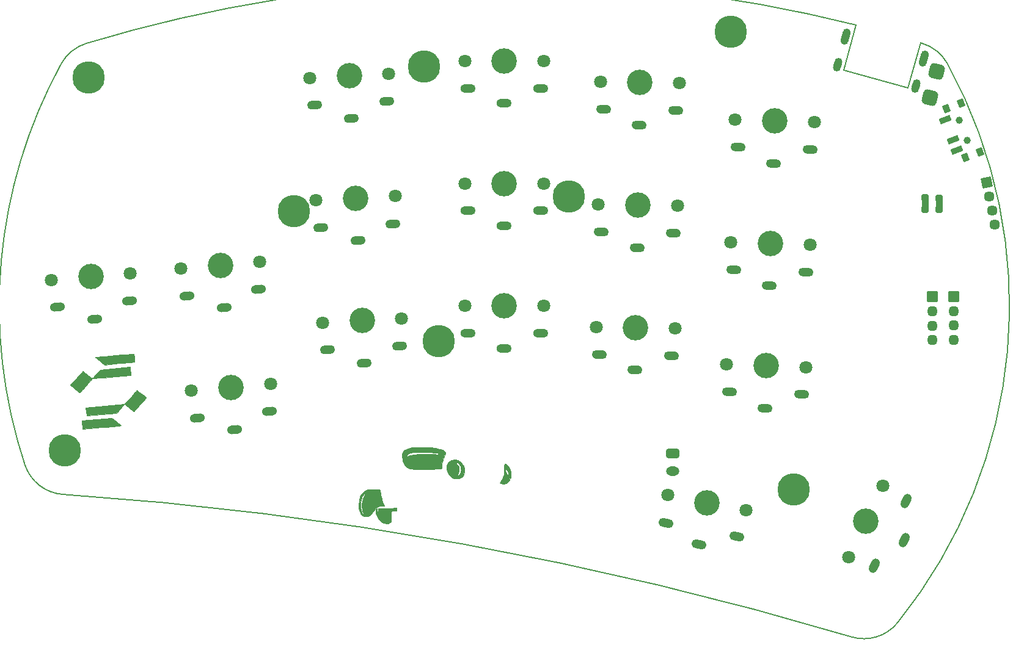
<source format=gbs>
%TF.GenerationSoftware,KiCad,Pcbnew,6.0.4-6f826c9f35~116~ubuntu20.04.1*%
%TF.CreationDate,2022-05-03T15:57:34+02:00*%
%TF.ProjectId,Wubbo,57756262-6f2e-46b6-9963-61645f706362,v0.2*%
%TF.SameCoordinates,Original*%
%TF.FileFunction,Soldermask,Bot*%
%TF.FilePolarity,Negative*%
%FSLAX46Y46*%
G04 Gerber Fmt 4.6, Leading zero omitted, Abs format (unit mm)*
G04 Created by KiCad (PCBNEW 6.0.4-6f826c9f35~116~ubuntu20.04.1) date 2022-05-03 15:57:34*
%MOMM*%
%LPD*%
G01*
G04 APERTURE LIST*
G04 Aperture macros list*
%AMRoundRect*
0 Rectangle with rounded corners*
0 $1 Rounding radius*
0 $2 $3 $4 $5 $6 $7 $8 $9 X,Y pos of 4 corners*
0 Add a 4 corners polygon primitive as box body*
4,1,4,$2,$3,$4,$5,$6,$7,$8,$9,$2,$3,0*
0 Add four circle primitives for the rounded corners*
1,1,$1+$1,$2,$3*
1,1,$1+$1,$4,$5*
1,1,$1+$1,$6,$7*
1,1,$1+$1,$8,$9*
0 Add four rect primitives between the rounded corners*
20,1,$1+$1,$2,$3,$4,$5,0*
20,1,$1+$1,$4,$5,$6,$7,0*
20,1,$1+$1,$6,$7,$8,$9,0*
20,1,$1+$1,$8,$9,$2,$3,0*%
%AMHorizOval*
0 Thick line with rounded ends*
0 $1 width*
0 $2 $3 position (X,Y) of the first rounded end (center of the circle)*
0 $4 $5 position (X,Y) of the second rounded end (center of the circle)*
0 Add line between two ends*
20,1,$1,$2,$3,$4,$5,0*
0 Add two circle primitives to create the rounded ends*
1,1,$1,$2,$3*
1,1,$1,$4,$5*%
G04 Aperture macros list end*
%TA.AperFunction,Profile*%
%ADD10C,0.150000*%
%TD*%
%ADD11C,0.120000*%
%ADD12C,0.010000*%
%ADD13C,1.801800*%
%ADD14C,3.529000*%
%ADD15HorizOval,1.200000X-0.449383X-0.023551X0.449383X0.023551X0*%
%ADD16O,2.100000X1.200000*%
%ADD17RoundRect,0.268750X0.256250X-0.218750X0.256250X0.218750X-0.256250X0.218750X-0.256250X-0.218750X0*%
%ADD18RoundRect,0.050000X-0.675000X-0.675000X0.675000X-0.675000X0.675000X0.675000X-0.675000X0.675000X0*%
%ADD19O,1.450000X1.450000*%
%ADD20HorizOval,1.200000X-0.197267X-0.404457X0.197267X0.404457X0*%
%ADD21RoundRect,0.300000X-0.625000X0.350000X-0.625000X-0.350000X0.625000X-0.350000X0.625000X0.350000X0*%
%ADD22O,1.850000X1.300000*%
%ADD23HorizOval,1.200000X-0.449931X0.007854X0.449931X-0.007854X0*%
%ADD24C,0.800000*%
%ADD25C,4.500000*%
%ADD26HorizOval,1.200000X-0.448288X-0.039220X0.448288X0.039220X0*%
%ADD27RoundRect,0.550000X0.612372X0.353553X-0.353553X0.612372X-0.612372X-0.353553X0.353553X-0.612372X0*%
%ADD28C,1.000000*%
%ADD29HorizOval,1.200000X-0.449726X0.015705X0.449726X-0.015705X0*%
%ADD30HorizOval,1.100000X-0.160343X-0.578178X0.160343X0.578178X0*%
%ADD31HorizOval,1.100000X-0.106895X-0.385452X0.106895X0.385452X0*%
%ADD32RoundRect,0.050000X-0.533802X-0.791394X0.791394X-0.533802X0.533802X0.791394X-0.791394X0.533802X0*%
%ADD33HorizOval,1.450000X0.000000X0.000000X0.000000X0.000000X0*%
%ADD34HorizOval,1.200000X-0.441732X0.085864X0.441732X-0.085864X0*%
%ADD35RoundRect,0.050000X-0.552616X0.323443X-0.194248X-0.610137X0.552616X-0.323443X0.194248X0.610137X0*%
%ADD36RoundRect,0.050000X-0.825614X0.057977X-0.574757X-0.595529X0.825614X-0.057977X0.574757X0.595529X0*%
G04 APERTURE END LIST*
D10*
X104544530Y51844171D02*
G75*
G03*
X-2083172Y49308466I-48731160J-193972341D01*
G01*
X-5611244Y46442888D02*
G75*
G03*
X-10622661Y-9179340I61424614J-33571068D01*
G01*
X104544530Y51844172D02*
X102813372Y45601818D01*
X110309220Y-31062252D02*
G75*
G03*
X117237987Y46442886I-54495848J43934070D01*
G01*
X111755862Y43121846D02*
X113489973Y49374846D01*
X117237963Y46442874D02*
G75*
G03*
X113709916Y49308466I-5264963J-2877474D01*
G01*
X-2083173Y49308466D02*
G75*
G03*
X-5611244Y46442886I1736897J-5743100D01*
G01*
X103920858Y-33045467D02*
G75*
G03*
X-5334370Y-13275473I-143107476J-479082651D01*
G01*
X102813372Y45601818D02*
X111755862Y43121846D01*
X113709916Y49308466D02*
G75*
G03*
X113489972Y49374846I-59168016J-195650166D01*
G01*
X103920840Y-33045522D02*
G75*
G03*
X110309219Y-31062252I1717260J5749022D01*
G01*
X-10622661Y-9179341D02*
G75*
G03*
X-5334370Y-13275474I5694518J1890101D01*
G01*
D11*
%TO.C,D1*%
X113680000Y27690000D02*
X114520000Y27690000D01*
X114520000Y27690000D02*
X114520000Y26450000D01*
X114520000Y26450000D02*
X113680000Y26450000D01*
X113680000Y26450000D02*
X113680000Y27690000D01*
G36*
X113680000Y27690000D02*
G01*
X114520000Y27690000D01*
X114520000Y26450000D01*
X113680000Y26450000D01*
X113680000Y27690000D01*
G37*
%TO.C,Ref\u002A\u002A*%
G36*
X48104326Y-8795072D02*
G01*
X48214333Y-8685930D01*
X48324709Y-8606323D01*
X48333240Y-8601567D01*
X48488168Y-8535738D01*
X48667980Y-8489541D01*
X48859269Y-8464560D01*
X49048627Y-8462375D01*
X49222645Y-8484570D01*
X49256509Y-8492613D01*
X49435609Y-8559346D01*
X49612720Y-8663898D01*
X49781795Y-8801950D01*
X49936790Y-8969181D01*
X49954268Y-8991149D01*
X50090619Y-9192616D01*
X50193486Y-9402611D01*
X50263364Y-9617135D01*
X50300746Y-9832189D01*
X50306128Y-10043774D01*
X50280004Y-10247893D01*
X50222870Y-10440545D01*
X50135219Y-10617733D01*
X50017546Y-10775457D01*
X49870345Y-10909719D01*
X49704358Y-11011523D01*
X49632311Y-11045680D01*
X49573057Y-11068166D01*
X49513368Y-11081848D01*
X49440018Y-11089593D01*
X49339779Y-11094268D01*
X49319416Y-11094953D01*
X49217709Y-11097239D01*
X49125637Y-11097422D01*
X49055184Y-11095579D01*
X49024416Y-11093020D01*
X48889787Y-11068663D01*
X48781506Y-11037860D01*
X48683599Y-10995072D01*
X48594992Y-10944141D01*
X48386976Y-10793748D01*
X48207969Y-10621978D01*
X48059361Y-10432732D01*
X47942540Y-10229912D01*
X47858897Y-10017420D01*
X47809820Y-9799159D01*
X47796699Y-9579030D01*
X47820922Y-9360935D01*
X47883879Y-9148777D01*
X47923868Y-9059002D01*
X47984128Y-8957117D01*
X49142376Y-8957117D01*
X49163747Y-9014708D01*
X49216505Y-9089328D01*
X49276902Y-9158596D01*
X49398119Y-9319133D01*
X49483153Y-9493892D01*
X49531520Y-9677472D01*
X49542732Y-9864467D01*
X49516305Y-10049477D01*
X49451752Y-10227098D01*
X49383524Y-10344281D01*
X49321109Y-10448010D01*
X49292381Y-10528853D01*
X49296819Y-10588856D01*
X49314400Y-10614933D01*
X49366479Y-10638607D01*
X49437188Y-10625133D01*
X49492070Y-10596771D01*
X49605114Y-10502802D01*
X49695341Y-10377747D01*
X49760605Y-10227465D01*
X49798755Y-10057815D01*
X49807644Y-9874657D01*
X49798204Y-9761953D01*
X49765341Y-9577607D01*
X49718822Y-9406184D01*
X49661035Y-9251160D01*
X49594369Y-9116011D01*
X49521215Y-9004211D01*
X49443961Y-8919238D01*
X49364998Y-8864567D01*
X49286713Y-8843673D01*
X49211498Y-8860033D01*
X49187876Y-8874116D01*
X49150912Y-8911829D01*
X49142376Y-8957117D01*
X47984128Y-8957117D01*
X48004301Y-8923010D01*
X48104326Y-8795072D01*
G37*
D12*
X48104326Y-8795072D02*
X48214333Y-8685930D01*
X48324709Y-8606323D01*
X48333240Y-8601567D01*
X48488168Y-8535738D01*
X48667980Y-8489541D01*
X48859269Y-8464560D01*
X49048627Y-8462375D01*
X49222645Y-8484570D01*
X49256509Y-8492613D01*
X49435609Y-8559346D01*
X49612720Y-8663898D01*
X49781795Y-8801950D01*
X49936790Y-8969181D01*
X49954268Y-8991149D01*
X50090619Y-9192616D01*
X50193486Y-9402611D01*
X50263364Y-9617135D01*
X50300746Y-9832189D01*
X50306128Y-10043774D01*
X50280004Y-10247893D01*
X50222870Y-10440545D01*
X50135219Y-10617733D01*
X50017546Y-10775457D01*
X49870345Y-10909719D01*
X49704358Y-11011523D01*
X49632311Y-11045680D01*
X49573057Y-11068166D01*
X49513368Y-11081848D01*
X49440018Y-11089593D01*
X49339779Y-11094268D01*
X49319416Y-11094953D01*
X49217709Y-11097239D01*
X49125637Y-11097422D01*
X49055184Y-11095579D01*
X49024416Y-11093020D01*
X48889787Y-11068663D01*
X48781506Y-11037860D01*
X48683599Y-10995072D01*
X48594992Y-10944141D01*
X48386976Y-10793748D01*
X48207969Y-10621978D01*
X48059361Y-10432732D01*
X47942540Y-10229912D01*
X47858897Y-10017420D01*
X47809820Y-9799159D01*
X47796699Y-9579030D01*
X47820922Y-9360935D01*
X47883879Y-9148777D01*
X47923868Y-9059002D01*
X47984128Y-8957117D01*
X49142376Y-8957117D01*
X49163747Y-9014708D01*
X49216505Y-9089328D01*
X49276902Y-9158596D01*
X49398119Y-9319133D01*
X49483153Y-9493892D01*
X49531520Y-9677472D01*
X49542732Y-9864467D01*
X49516305Y-10049477D01*
X49451752Y-10227098D01*
X49383524Y-10344281D01*
X49321109Y-10448010D01*
X49292381Y-10528853D01*
X49296819Y-10588856D01*
X49314400Y-10614933D01*
X49366479Y-10638607D01*
X49437188Y-10625133D01*
X49492070Y-10596771D01*
X49605114Y-10502802D01*
X49695341Y-10377747D01*
X49760605Y-10227465D01*
X49798755Y-10057815D01*
X49807644Y-9874657D01*
X49798204Y-9761953D01*
X49765341Y-9577607D01*
X49718822Y-9406184D01*
X49661035Y-9251160D01*
X49594369Y-9116011D01*
X49521215Y-9004211D01*
X49443961Y-8919238D01*
X49364998Y-8864567D01*
X49286713Y-8843673D01*
X49211498Y-8860033D01*
X49187876Y-8874116D01*
X49150912Y-8911829D01*
X49142376Y-8957117D01*
X47984128Y-8957117D01*
X48004301Y-8923010D01*
X48104326Y-8795072D01*
G36*
X35643983Y-14672583D02*
G01*
X35672739Y-14322111D01*
X35726676Y-13999570D01*
X35805179Y-13706143D01*
X35907635Y-13443018D01*
X36033428Y-13211378D01*
X36181944Y-13012410D01*
X36352570Y-12847299D01*
X36544691Y-12717230D01*
X36693799Y-12646807D01*
X36730850Y-12633100D01*
X36768644Y-12622238D01*
X36812729Y-12613795D01*
X36868655Y-12607346D01*
X36941972Y-12602467D01*
X37038230Y-12598733D01*
X37162979Y-12595719D01*
X37321767Y-12593001D01*
X37414500Y-12591636D01*
X37653446Y-12588149D01*
X37853627Y-12585188D01*
X38018610Y-12582872D01*
X38151960Y-12581318D01*
X38257245Y-12580647D01*
X38338030Y-12580977D01*
X38397882Y-12582426D01*
X38440368Y-12585114D01*
X38469053Y-12589160D01*
X38487505Y-12594682D01*
X38499289Y-12601799D01*
X38507972Y-12610631D01*
X38517120Y-12621295D01*
X38524315Y-12628621D01*
X38561436Y-12673290D01*
X38589009Y-12732422D01*
X38609446Y-12814119D01*
X38625162Y-12926483D01*
X38631170Y-12987363D01*
X38654725Y-13170734D01*
X38693584Y-13382232D01*
X38744997Y-13611694D01*
X38806214Y-13848955D01*
X38874485Y-14083853D01*
X38947060Y-14306223D01*
X39021190Y-14505902D01*
X39077932Y-14638522D01*
X39111733Y-14715091D01*
X39137070Y-14778899D01*
X39149563Y-14818711D01*
X39150166Y-14823730D01*
X39140277Y-14837805D01*
X39106440Y-14846689D01*
X39042400Y-14851284D01*
X38950614Y-14852500D01*
X38717857Y-14861176D01*
X38518280Y-14888456D01*
X38346173Y-14936217D01*
X38195829Y-15006334D01*
X38061537Y-15100684D01*
X37986676Y-15169323D01*
X37935392Y-15226896D01*
X37867812Y-15311936D01*
X37790184Y-15416083D01*
X37708760Y-15530975D01*
X37637895Y-15635901D01*
X37519942Y-15810553D01*
X37416928Y-15951561D01*
X37324329Y-16062877D01*
X37237620Y-16148450D01*
X37152276Y-16212231D01*
X37063772Y-16258170D01*
X36967586Y-16290218D01*
X36864039Y-16311546D01*
X36663658Y-16330905D01*
X36478658Y-16319802D01*
X36398500Y-16305223D01*
X36224482Y-16246817D01*
X36072436Y-16152734D01*
X35942686Y-16023677D01*
X35835558Y-15860350D01*
X35751376Y-15663457D01*
X35690467Y-15433702D01*
X35653155Y-15171788D01*
X35639952Y-14882500D01*
X35890037Y-14882500D01*
X35903502Y-15148526D01*
X35934851Y-15394711D01*
X35965341Y-15540416D01*
X36013935Y-15694245D01*
X36076142Y-15826866D01*
X36147903Y-15930919D01*
X36214540Y-15992203D01*
X36303507Y-16048330D01*
X36362972Y-16075044D01*
X36393635Y-16072592D01*
X36398500Y-16057522D01*
X36387319Y-16028132D01*
X36358806Y-15978322D01*
X36337896Y-15946397D01*
X36227877Y-15750121D01*
X36145861Y-15525204D01*
X36092593Y-15275394D01*
X36068821Y-15004443D01*
X36075291Y-14716099D01*
X36080553Y-14653783D01*
X36130606Y-14291485D01*
X36209269Y-13959719D01*
X36316960Y-13657432D01*
X36454100Y-13383572D01*
X36621110Y-13137086D01*
X36743387Y-12993729D01*
X36798126Y-12932424D01*
X36837900Y-12883085D01*
X36856727Y-12853358D01*
X36856969Y-12848580D01*
X36827893Y-12847805D01*
X36774378Y-12872663D01*
X36702139Y-12919078D01*
X36616894Y-12982970D01*
X36524358Y-13060262D01*
X36430248Y-13146876D01*
X36407196Y-13169456D01*
X36293065Y-13288201D01*
X36205826Y-13394518D01*
X36138285Y-13500547D01*
X36083247Y-13618431D01*
X36033515Y-13760313D01*
X36009308Y-13840878D01*
X35954092Y-14075823D01*
X35915618Y-14335105D01*
X35894171Y-14607678D01*
X35890037Y-14882500D01*
X35639952Y-14882500D01*
X35639765Y-14878418D01*
X35643983Y-14672583D01*
G37*
X35643983Y-14672583D02*
X35672739Y-14322111D01*
X35726676Y-13999570D01*
X35805179Y-13706143D01*
X35907635Y-13443018D01*
X36033428Y-13211378D01*
X36181944Y-13012410D01*
X36352570Y-12847299D01*
X36544691Y-12717230D01*
X36693799Y-12646807D01*
X36730850Y-12633100D01*
X36768644Y-12622238D01*
X36812729Y-12613795D01*
X36868655Y-12607346D01*
X36941972Y-12602467D01*
X37038230Y-12598733D01*
X37162979Y-12595719D01*
X37321767Y-12593001D01*
X37414500Y-12591636D01*
X37653446Y-12588149D01*
X37853627Y-12585188D01*
X38018610Y-12582872D01*
X38151960Y-12581318D01*
X38257245Y-12580647D01*
X38338030Y-12580977D01*
X38397882Y-12582426D01*
X38440368Y-12585114D01*
X38469053Y-12589160D01*
X38487505Y-12594682D01*
X38499289Y-12601799D01*
X38507972Y-12610631D01*
X38517120Y-12621295D01*
X38524315Y-12628621D01*
X38561436Y-12673290D01*
X38589009Y-12732422D01*
X38609446Y-12814119D01*
X38625162Y-12926483D01*
X38631170Y-12987363D01*
X38654725Y-13170734D01*
X38693584Y-13382232D01*
X38744997Y-13611694D01*
X38806214Y-13848955D01*
X38874485Y-14083853D01*
X38947060Y-14306223D01*
X39021190Y-14505902D01*
X39077932Y-14638522D01*
X39111733Y-14715091D01*
X39137070Y-14778899D01*
X39149563Y-14818711D01*
X39150166Y-14823730D01*
X39140277Y-14837805D01*
X39106440Y-14846689D01*
X39042400Y-14851284D01*
X38950614Y-14852500D01*
X38717857Y-14861176D01*
X38518280Y-14888456D01*
X38346173Y-14936217D01*
X38195829Y-15006334D01*
X38061537Y-15100684D01*
X37986676Y-15169323D01*
X37935392Y-15226896D01*
X37867812Y-15311936D01*
X37790184Y-15416083D01*
X37708760Y-15530975D01*
X37637895Y-15635901D01*
X37519942Y-15810553D01*
X37416928Y-15951561D01*
X37324329Y-16062877D01*
X37237620Y-16148450D01*
X37152276Y-16212231D01*
X37063772Y-16258170D01*
X36967586Y-16290218D01*
X36864039Y-16311546D01*
X36663658Y-16330905D01*
X36478658Y-16319802D01*
X36398500Y-16305223D01*
X36224482Y-16246817D01*
X36072436Y-16152734D01*
X35942686Y-16023677D01*
X35835558Y-15860350D01*
X35751376Y-15663457D01*
X35690467Y-15433702D01*
X35653155Y-15171788D01*
X35639952Y-14882500D01*
X35890037Y-14882500D01*
X35903502Y-15148526D01*
X35934851Y-15394711D01*
X35965341Y-15540416D01*
X36013935Y-15694245D01*
X36076142Y-15826866D01*
X36147903Y-15930919D01*
X36214540Y-15992203D01*
X36303507Y-16048330D01*
X36362972Y-16075044D01*
X36393635Y-16072592D01*
X36398500Y-16057522D01*
X36387319Y-16028132D01*
X36358806Y-15978322D01*
X36337896Y-15946397D01*
X36227877Y-15750121D01*
X36145861Y-15525204D01*
X36092593Y-15275394D01*
X36068821Y-15004443D01*
X36075291Y-14716099D01*
X36080553Y-14653783D01*
X36130606Y-14291485D01*
X36209269Y-13959719D01*
X36316960Y-13657432D01*
X36454100Y-13383572D01*
X36621110Y-13137086D01*
X36743387Y-12993729D01*
X36798126Y-12932424D01*
X36837900Y-12883085D01*
X36856727Y-12853358D01*
X36856969Y-12848580D01*
X36827893Y-12847805D01*
X36774378Y-12872663D01*
X36702139Y-12919078D01*
X36616894Y-12982970D01*
X36524358Y-13060262D01*
X36430248Y-13146876D01*
X36407196Y-13169456D01*
X36293065Y-13288201D01*
X36205826Y-13394518D01*
X36138285Y-13500547D01*
X36083247Y-13618431D01*
X36033515Y-13760313D01*
X36009308Y-13840878D01*
X35954092Y-14075823D01*
X35915618Y-14335105D01*
X35894171Y-14607678D01*
X35890037Y-14882500D01*
X35639952Y-14882500D01*
X35639765Y-14878418D01*
X35643983Y-14672583D01*
G36*
X41666453Y-7682298D02*
G01*
X41720092Y-7500388D01*
X41806200Y-7339398D01*
X41925667Y-7198522D01*
X42079384Y-7076956D01*
X42268242Y-6973893D01*
X42493130Y-6888530D01*
X42754941Y-6820061D01*
X43054565Y-6767682D01*
X43392892Y-6730586D01*
X43505587Y-6722077D01*
X43725775Y-6711557D01*
X43979344Y-6707153D01*
X44258123Y-6708478D01*
X44553942Y-6715143D01*
X44858630Y-6726760D01*
X45164017Y-6742942D01*
X45461932Y-6763300D01*
X45744205Y-6787447D01*
X46002665Y-6814994D01*
X46229142Y-6845554D01*
X46281298Y-6853866D01*
X46534303Y-6902967D01*
X46772127Y-6963370D01*
X46990844Y-7033347D01*
X47186528Y-7111173D01*
X47355255Y-7195120D01*
X47493097Y-7283464D01*
X47596130Y-7374477D01*
X47656580Y-7458650D01*
X47671570Y-7492699D01*
X47676318Y-7525030D01*
X47668286Y-7563415D01*
X47644935Y-7615626D01*
X47603726Y-7689434D01*
X47553869Y-7773118D01*
X47447704Y-7977474D01*
X47353245Y-8215775D01*
X47272441Y-8480773D01*
X47207244Y-8765219D01*
X47159603Y-9061864D01*
X47133138Y-9336539D01*
X47126466Y-9451007D01*
X47119906Y-9540394D01*
X47108648Y-9607922D01*
X47087881Y-9656813D01*
X47052796Y-9690290D01*
X46998582Y-9711577D01*
X46920429Y-9723895D01*
X46813526Y-9730468D01*
X46673063Y-9734518D01*
X46533768Y-9738095D01*
X46367378Y-9743347D01*
X46194100Y-9749707D01*
X46025275Y-9756695D01*
X45872243Y-9763832D01*
X45746347Y-9770641D01*
X45711833Y-9772790D01*
X45605051Y-9778431D01*
X45467549Y-9783634D01*
X45304657Y-9788356D01*
X45121703Y-9792553D01*
X44924016Y-9796179D01*
X44716924Y-9799191D01*
X44505756Y-9801544D01*
X44295839Y-9803193D01*
X44092504Y-9804095D01*
X43901078Y-9804204D01*
X43726891Y-9803476D01*
X43575270Y-9801867D01*
X43451544Y-9799332D01*
X43361041Y-9795827D01*
X43320000Y-9792739D01*
X43024472Y-9751365D01*
X42766195Y-9694079D01*
X42542244Y-9618311D01*
X42349694Y-9521489D01*
X42185620Y-9401043D01*
X42047095Y-9254403D01*
X41931196Y-9078998D01*
X41834998Y-8872258D01*
X41755574Y-8631612D01*
X41691436Y-8361591D01*
X41653015Y-8112094D01*
X41644698Y-7893991D01*
X42287390Y-7893991D01*
X42305081Y-7929897D01*
X42312924Y-7942022D01*
X42346968Y-7981565D01*
X42388057Y-7991631D01*
X42420211Y-7988050D01*
X42478842Y-7972442D01*
X42554480Y-7944523D01*
X42603562Y-7922978D01*
X42707587Y-7880558D01*
X42831799Y-7842956D01*
X42980297Y-7809412D01*
X43157181Y-7779166D01*
X43366552Y-7751457D01*
X43612509Y-7725525D01*
X43722166Y-7715469D01*
X43840877Y-7707437D01*
X43995437Y-7700778D01*
X44179384Y-7695491D01*
X44386257Y-7691572D01*
X44609595Y-7689020D01*
X44842935Y-7687830D01*
X45079815Y-7688002D01*
X45313775Y-7689532D01*
X45538353Y-7692418D01*
X45747085Y-7696656D01*
X45933512Y-7702246D01*
X46091172Y-7709183D01*
X46201622Y-7716454D01*
X46364483Y-7727963D01*
X46490188Y-7732124D01*
X46583369Y-7728382D01*
X46648654Y-7716183D01*
X46690672Y-7694974D01*
X46714054Y-7664200D01*
X46717604Y-7654714D01*
X46722836Y-7610955D01*
X46700728Y-7580563D01*
X46644821Y-7556580D01*
X46619857Y-7549423D01*
X46509374Y-7526034D01*
X46361470Y-7504491D01*
X46181022Y-7484911D01*
X45972906Y-7467409D01*
X45742000Y-7452100D01*
X45493179Y-7439100D01*
X45231320Y-7428524D01*
X44961301Y-7420488D01*
X44687998Y-7415107D01*
X44416288Y-7412496D01*
X44151047Y-7412772D01*
X43897152Y-7416049D01*
X43659481Y-7422444D01*
X43442909Y-7432071D01*
X43252314Y-7445046D01*
X43092572Y-7461485D01*
X43064529Y-7465230D01*
X42900535Y-7496620D01*
X42742966Y-7542508D01*
X42598872Y-7599635D01*
X42475305Y-7664740D01*
X42379315Y-7734566D01*
X42317954Y-7805853D01*
X42314544Y-7811906D01*
X42290462Y-7861298D01*
X42287390Y-7893991D01*
X41644698Y-7893991D01*
X41644390Y-7885931D01*
X41666453Y-7682298D01*
G37*
X41666453Y-7682298D02*
X41720092Y-7500388D01*
X41806200Y-7339398D01*
X41925667Y-7198522D01*
X42079384Y-7076956D01*
X42268242Y-6973893D01*
X42493130Y-6888530D01*
X42754941Y-6820061D01*
X43054565Y-6767682D01*
X43392892Y-6730586D01*
X43505587Y-6722077D01*
X43725775Y-6711557D01*
X43979344Y-6707153D01*
X44258123Y-6708478D01*
X44553942Y-6715143D01*
X44858630Y-6726760D01*
X45164017Y-6742942D01*
X45461932Y-6763300D01*
X45744205Y-6787447D01*
X46002665Y-6814994D01*
X46229142Y-6845554D01*
X46281298Y-6853866D01*
X46534303Y-6902967D01*
X46772127Y-6963370D01*
X46990844Y-7033347D01*
X47186528Y-7111173D01*
X47355255Y-7195120D01*
X47493097Y-7283464D01*
X47596130Y-7374477D01*
X47656580Y-7458650D01*
X47671570Y-7492699D01*
X47676318Y-7525030D01*
X47668286Y-7563415D01*
X47644935Y-7615626D01*
X47603726Y-7689434D01*
X47553869Y-7773118D01*
X47447704Y-7977474D01*
X47353245Y-8215775D01*
X47272441Y-8480773D01*
X47207244Y-8765219D01*
X47159603Y-9061864D01*
X47133138Y-9336539D01*
X47126466Y-9451007D01*
X47119906Y-9540394D01*
X47108648Y-9607922D01*
X47087881Y-9656813D01*
X47052796Y-9690290D01*
X46998582Y-9711577D01*
X46920429Y-9723895D01*
X46813526Y-9730468D01*
X46673063Y-9734518D01*
X46533768Y-9738095D01*
X46367378Y-9743347D01*
X46194100Y-9749707D01*
X46025275Y-9756695D01*
X45872243Y-9763832D01*
X45746347Y-9770641D01*
X45711833Y-9772790D01*
X45605051Y-9778431D01*
X45467549Y-9783634D01*
X45304657Y-9788356D01*
X45121703Y-9792553D01*
X44924016Y-9796179D01*
X44716924Y-9799191D01*
X44505756Y-9801544D01*
X44295839Y-9803193D01*
X44092504Y-9804095D01*
X43901078Y-9804204D01*
X43726891Y-9803476D01*
X43575270Y-9801867D01*
X43451544Y-9799332D01*
X43361041Y-9795827D01*
X43320000Y-9792739D01*
X43024472Y-9751365D01*
X42766195Y-9694079D01*
X42542244Y-9618311D01*
X42349694Y-9521489D01*
X42185620Y-9401043D01*
X42047095Y-9254403D01*
X41931196Y-9078998D01*
X41834998Y-8872258D01*
X41755574Y-8631612D01*
X41691436Y-8361591D01*
X41653015Y-8112094D01*
X41644698Y-7893991D01*
X42287390Y-7893991D01*
X42305081Y-7929897D01*
X42312924Y-7942022D01*
X42346968Y-7981565D01*
X42388057Y-7991631D01*
X42420211Y-7988050D01*
X42478842Y-7972442D01*
X42554480Y-7944523D01*
X42603562Y-7922978D01*
X42707587Y-7880558D01*
X42831799Y-7842956D01*
X42980297Y-7809412D01*
X43157181Y-7779166D01*
X43366552Y-7751457D01*
X43612509Y-7725525D01*
X43722166Y-7715469D01*
X43840877Y-7707437D01*
X43995437Y-7700778D01*
X44179384Y-7695491D01*
X44386257Y-7691572D01*
X44609595Y-7689020D01*
X44842935Y-7687830D01*
X45079815Y-7688002D01*
X45313775Y-7689532D01*
X45538353Y-7692418D01*
X45747085Y-7696656D01*
X45933512Y-7702246D01*
X46091172Y-7709183D01*
X46201622Y-7716454D01*
X46364483Y-7727963D01*
X46490188Y-7732124D01*
X46583369Y-7728382D01*
X46648654Y-7716183D01*
X46690672Y-7694974D01*
X46714054Y-7664200D01*
X46717604Y-7654714D01*
X46722836Y-7610955D01*
X46700728Y-7580563D01*
X46644821Y-7556580D01*
X46619857Y-7549423D01*
X46509374Y-7526034D01*
X46361470Y-7504491D01*
X46181022Y-7484911D01*
X45972906Y-7467409D01*
X45742000Y-7452100D01*
X45493179Y-7439100D01*
X45231320Y-7428524D01*
X44961301Y-7420488D01*
X44687998Y-7415107D01*
X44416288Y-7412496D01*
X44151047Y-7412772D01*
X43897152Y-7416049D01*
X43659481Y-7422444D01*
X43442909Y-7432071D01*
X43252314Y-7445046D01*
X43092572Y-7461485D01*
X43064529Y-7465230D01*
X42900535Y-7496620D01*
X42742966Y-7542508D01*
X42598872Y-7599635D01*
X42475305Y-7664740D01*
X42379315Y-7734566D01*
X42317954Y-7805853D01*
X42314544Y-7811906D01*
X42290462Y-7861298D01*
X42287390Y-7893991D01*
X41644698Y-7893991D01*
X41644390Y-7885931D01*
X41666453Y-7682298D01*
G36*
X55785149Y-9814833D02*
G01*
X55789717Y-9635956D01*
X55794081Y-9494176D01*
X55798668Y-9384259D01*
X55803902Y-9300974D01*
X55810208Y-9239089D01*
X55818013Y-9193370D01*
X55827741Y-9158586D01*
X55839817Y-9129505D01*
X55841069Y-9126916D01*
X55874478Y-9070688D01*
X55910987Y-9043774D01*
X55950720Y-9035653D01*
X55994575Y-9037185D01*
X56037009Y-9055251D01*
X56089706Y-9096014D01*
X56123530Y-9126810D01*
X56232424Y-9244651D01*
X56342865Y-9393332D01*
X56447664Y-9562273D01*
X56537275Y-9735806D01*
X56601737Y-9880593D01*
X56647885Y-10003138D01*
X56678594Y-10116619D01*
X56696738Y-10234210D01*
X56705192Y-10369089D01*
X56706897Y-10513333D01*
X56705920Y-10639583D01*
X56702656Y-10734400D01*
X56695788Y-10808673D01*
X56684001Y-10873291D01*
X56665980Y-10939143D01*
X56649138Y-10991243D01*
X56553746Y-11212030D01*
X56424123Y-11408520D01*
X56262118Y-11578563D01*
X56069576Y-11720010D01*
X55979194Y-11770814D01*
X55863162Y-11826395D01*
X55768860Y-11857844D01*
X55683502Y-11865438D01*
X55594303Y-11849455D01*
X55488478Y-11810172D01*
X55427333Y-11782803D01*
X55346572Y-11745712D01*
X55279814Y-11715447D01*
X55236769Y-11696391D01*
X55227054Y-11692394D01*
X55216635Y-11667442D01*
X55230225Y-11610186D01*
X55266993Y-11522603D01*
X55326109Y-11406671D01*
X55406518Y-11264750D01*
X55497968Y-11107580D01*
X55572573Y-10972929D01*
X55632176Y-10853743D01*
X55678619Y-10742970D01*
X55713742Y-10633558D01*
X55739388Y-10518452D01*
X55757399Y-10390600D01*
X55769616Y-10242950D01*
X55777881Y-10068448D01*
X55782362Y-9916725D01*
X55938581Y-9916725D01*
X55946643Y-9967771D01*
X55974243Y-10041666D01*
X55996617Y-10092363D01*
X56032760Y-10178150D01*
X56064860Y-10264670D01*
X56083013Y-10322833D01*
X56117187Y-10423876D01*
X56160076Y-10508407D01*
X56206637Y-10568658D01*
X56251823Y-10596862D01*
X56261717Y-10598000D01*
X56313072Y-10584060D01*
X56339483Y-10563859D01*
X56361971Y-10507988D01*
X56366354Y-10424322D01*
X56354692Y-10322290D01*
X56329046Y-10211318D01*
X56291476Y-10100833D01*
X56244042Y-10000264D01*
X56202177Y-9935625D01*
X56131119Y-9859474D01*
X56065243Y-9823262D01*
X56005998Y-9827570D01*
X55978307Y-9846003D01*
X55949366Y-9879234D01*
X55938581Y-9916725D01*
X55782362Y-9916725D01*
X55784037Y-9860042D01*
X55785149Y-9814833D01*
G37*
X55785149Y-9814833D02*
X55789717Y-9635956D01*
X55794081Y-9494176D01*
X55798668Y-9384259D01*
X55803902Y-9300974D01*
X55810208Y-9239089D01*
X55818013Y-9193370D01*
X55827741Y-9158586D01*
X55839817Y-9129505D01*
X55841069Y-9126916D01*
X55874478Y-9070688D01*
X55910987Y-9043774D01*
X55950720Y-9035653D01*
X55994575Y-9037185D01*
X56037009Y-9055251D01*
X56089706Y-9096014D01*
X56123530Y-9126810D01*
X56232424Y-9244651D01*
X56342865Y-9393332D01*
X56447664Y-9562273D01*
X56537275Y-9735806D01*
X56601737Y-9880593D01*
X56647885Y-10003138D01*
X56678594Y-10116619D01*
X56696738Y-10234210D01*
X56705192Y-10369089D01*
X56706897Y-10513333D01*
X56705920Y-10639583D01*
X56702656Y-10734400D01*
X56695788Y-10808673D01*
X56684001Y-10873291D01*
X56665980Y-10939143D01*
X56649138Y-10991243D01*
X56553746Y-11212030D01*
X56424123Y-11408520D01*
X56262118Y-11578563D01*
X56069576Y-11720010D01*
X55979194Y-11770814D01*
X55863162Y-11826395D01*
X55768860Y-11857844D01*
X55683502Y-11865438D01*
X55594303Y-11849455D01*
X55488478Y-11810172D01*
X55427333Y-11782803D01*
X55346572Y-11745712D01*
X55279814Y-11715447D01*
X55236769Y-11696391D01*
X55227054Y-11692394D01*
X55216635Y-11667442D01*
X55230225Y-11610186D01*
X55266993Y-11522603D01*
X55326109Y-11406671D01*
X55406518Y-11264750D01*
X55497968Y-11107580D01*
X55572573Y-10972929D01*
X55632176Y-10853743D01*
X55678619Y-10742970D01*
X55713742Y-10633558D01*
X55739388Y-10518452D01*
X55757399Y-10390600D01*
X55769616Y-10242950D01*
X55777881Y-10068448D01*
X55782362Y-9916725D01*
X55938581Y-9916725D01*
X55946643Y-9967771D01*
X55974243Y-10041666D01*
X55996617Y-10092363D01*
X56032760Y-10178150D01*
X56064860Y-10264670D01*
X56083013Y-10322833D01*
X56117187Y-10423876D01*
X56160076Y-10508407D01*
X56206637Y-10568658D01*
X56251823Y-10596862D01*
X56261717Y-10598000D01*
X56313072Y-10584060D01*
X56339483Y-10563859D01*
X56361971Y-10507988D01*
X56366354Y-10424322D01*
X56354692Y-10322290D01*
X56329046Y-10211318D01*
X56291476Y-10100833D01*
X56244042Y-10000264D01*
X56202177Y-9935625D01*
X56131119Y-9859474D01*
X56065243Y-9823262D01*
X56005998Y-9827570D01*
X55978307Y-9846003D01*
X55949366Y-9879234D01*
X55938581Y-9916725D01*
X55782362Y-9916725D01*
X55784037Y-9860042D01*
X55785149Y-9814833D01*
G36*
X40875261Y-15279229D02*
G01*
X40881865Y-15361564D01*
X40884139Y-15436312D01*
X40882449Y-15477002D01*
X40875250Y-15540416D01*
X40610666Y-15552215D01*
X40504176Y-15558561D01*
X40408962Y-15567156D01*
X40335315Y-15576881D01*
X40293526Y-15586616D01*
X40293166Y-15586769D01*
X40211673Y-15640382D01*
X40143187Y-15718714D01*
X40103058Y-15802321D01*
X40088109Y-15892859D01*
X40082953Y-16014439D01*
X40087415Y-16156959D01*
X40101323Y-16310318D01*
X40113250Y-16397666D01*
X40131246Y-16542286D01*
X40141352Y-16685502D01*
X40143531Y-16818218D01*
X40137744Y-16931338D01*
X40123955Y-17015767D01*
X40115879Y-17040221D01*
X40061478Y-17122626D01*
X39975123Y-17197033D01*
X39867193Y-17255266D01*
X39821992Y-17271671D01*
X39728735Y-17293752D01*
X39615178Y-17310183D01*
X39498499Y-17319366D01*
X39395880Y-17319702D01*
X39351250Y-17315474D01*
X39223713Y-17285182D01*
X39077889Y-17232405D01*
X38933677Y-17165268D01*
X38759476Y-17053579D01*
X38593315Y-16906273D01*
X38439397Y-16729892D01*
X38301928Y-16530978D01*
X38185111Y-16316072D01*
X38093151Y-16091717D01*
X38030253Y-15864454D01*
X38007623Y-15724341D01*
X37996463Y-15552610D01*
X38004882Y-15409769D01*
X38032317Y-15298392D01*
X38078208Y-15221056D01*
X38124690Y-15186810D01*
X38173484Y-15172576D01*
X38191953Y-15187055D01*
X38178801Y-15229193D01*
X38178214Y-15230295D01*
X38158872Y-15304181D01*
X38160718Y-15408291D01*
X38182101Y-15537209D01*
X38221368Y-15685515D01*
X38276868Y-15847792D01*
X38346948Y-16018623D01*
X38429956Y-16192589D01*
X38523788Y-16363505D01*
X38586249Y-16464109D01*
X38656225Y-16567809D01*
X38728486Y-16667786D01*
X38797801Y-16757221D01*
X38858942Y-16829296D01*
X38906677Y-16877194D01*
X38929849Y-16892896D01*
X38933784Y-16885383D01*
X38913061Y-16853586D01*
X38872067Y-16804019D01*
X38863741Y-16794676D01*
X38718876Y-16611990D01*
X38583081Y-16399034D01*
X38463160Y-16167810D01*
X38365921Y-15930319D01*
X38353991Y-15895727D01*
X38318379Y-15764094D01*
X38297839Y-15631474D01*
X38292023Y-15505278D01*
X38300583Y-15392912D01*
X38323168Y-15301786D01*
X38359429Y-15239308D01*
X38385850Y-15219466D01*
X38413008Y-15216070D01*
X38478445Y-15212329D01*
X38578110Y-15208356D01*
X38707953Y-15204261D01*
X38863920Y-15200157D01*
X39041962Y-15196156D01*
X39238027Y-15192370D01*
X39448064Y-15188909D01*
X39541750Y-15187549D01*
X39759117Y-15184292D01*
X39966324Y-15180753D01*
X40159010Y-15177036D01*
X40332814Y-15173245D01*
X40483373Y-15169484D01*
X40606327Y-15165858D01*
X40697313Y-15162470D01*
X40751969Y-15159426D01*
X40762228Y-15158391D01*
X40860873Y-15144872D01*
X40875261Y-15279229D01*
G37*
X40875261Y-15279229D02*
X40881865Y-15361564D01*
X40884139Y-15436312D01*
X40882449Y-15477002D01*
X40875250Y-15540416D01*
X40610666Y-15552215D01*
X40504176Y-15558561D01*
X40408962Y-15567156D01*
X40335315Y-15576881D01*
X40293526Y-15586616D01*
X40293166Y-15586769D01*
X40211673Y-15640382D01*
X40143187Y-15718714D01*
X40103058Y-15802321D01*
X40088109Y-15892859D01*
X40082953Y-16014439D01*
X40087415Y-16156959D01*
X40101323Y-16310318D01*
X40113250Y-16397666D01*
X40131246Y-16542286D01*
X40141352Y-16685502D01*
X40143531Y-16818218D01*
X40137744Y-16931338D01*
X40123955Y-17015767D01*
X40115879Y-17040221D01*
X40061478Y-17122626D01*
X39975123Y-17197033D01*
X39867193Y-17255266D01*
X39821992Y-17271671D01*
X39728735Y-17293752D01*
X39615178Y-17310183D01*
X39498499Y-17319366D01*
X39395880Y-17319702D01*
X39351250Y-17315474D01*
X39223713Y-17285182D01*
X39077889Y-17232405D01*
X38933677Y-17165268D01*
X38759476Y-17053579D01*
X38593315Y-16906273D01*
X38439397Y-16729892D01*
X38301928Y-16530978D01*
X38185111Y-16316072D01*
X38093151Y-16091717D01*
X38030253Y-15864454D01*
X38007623Y-15724341D01*
X37996463Y-15552610D01*
X38004882Y-15409769D01*
X38032317Y-15298392D01*
X38078208Y-15221056D01*
X38124690Y-15186810D01*
X38173484Y-15172576D01*
X38191953Y-15187055D01*
X38178801Y-15229193D01*
X38178214Y-15230295D01*
X38158872Y-15304181D01*
X38160718Y-15408291D01*
X38182101Y-15537209D01*
X38221368Y-15685515D01*
X38276868Y-15847792D01*
X38346948Y-16018623D01*
X38429956Y-16192589D01*
X38523788Y-16363505D01*
X38586249Y-16464109D01*
X38656225Y-16567809D01*
X38728486Y-16667786D01*
X38797801Y-16757221D01*
X38858942Y-16829296D01*
X38906677Y-16877194D01*
X38929849Y-16892896D01*
X38933784Y-16885383D01*
X38913061Y-16853586D01*
X38872067Y-16804019D01*
X38863741Y-16794676D01*
X38718876Y-16611990D01*
X38583081Y-16399034D01*
X38463160Y-16167810D01*
X38365921Y-15930319D01*
X38353991Y-15895727D01*
X38318379Y-15764094D01*
X38297839Y-15631474D01*
X38292023Y-15505278D01*
X38300583Y-15392912D01*
X38323168Y-15301786D01*
X38359429Y-15239308D01*
X38385850Y-15219466D01*
X38413008Y-15216070D01*
X38478445Y-15212329D01*
X38578110Y-15208356D01*
X38707953Y-15204261D01*
X38863920Y-15200157D01*
X39041962Y-15196156D01*
X39238027Y-15192370D01*
X39448064Y-15188909D01*
X39541750Y-15187549D01*
X39759117Y-15184292D01*
X39966324Y-15180753D01*
X40159010Y-15177036D01*
X40332814Y-15173245D01*
X40483373Y-15169484D01*
X40606327Y-15165858D01*
X40697313Y-15162470D01*
X40751969Y-15159426D01*
X40762228Y-15158391D01*
X40860873Y-15144872D01*
X40875261Y-15279229D01*
D11*
%TO.C,D2*%
X115620000Y27650000D02*
X116460000Y27650000D01*
X116460000Y27650000D02*
X116460000Y26410000D01*
X116460000Y26410000D02*
X115620000Y26410000D01*
X115620000Y26410000D02*
X115620000Y27650000D01*
G36*
X115620000Y27650000D02*
G01*
X116460000Y27650000D01*
X116460000Y26410000D01*
X115620000Y26410000D01*
X115620000Y27650000D01*
G37*
%TO.C,*%
G36*
X4895957Y1179074D02*
G01*
X4920949Y1162866D01*
X4973520Y1124112D01*
X5049318Y1066281D01*
X5143992Y992848D01*
X5253187Y907286D01*
X5372556Y813068D01*
X5497744Y713670D01*
X5624400Y612562D01*
X5748171Y513218D01*
X5864706Y419113D01*
X5969653Y333719D01*
X6058662Y260510D01*
X6127377Y202959D01*
X6171449Y164539D01*
X6186527Y148724D01*
X6186497Y148633D01*
X6171297Y129297D01*
X6130421Y81227D01*
X6066315Y7206D01*
X5981421Y-89982D01*
X5878187Y-207552D01*
X5759056Y-342719D01*
X5626474Y-492700D01*
X5482884Y-654708D01*
X5330733Y-825961D01*
X5326016Y-831264D01*
X5174044Y-1001901D01*
X5030458Y-1162733D01*
X4897724Y-1311028D01*
X4778302Y-1444051D01*
X4674656Y-1559070D01*
X4589249Y-1653352D01*
X4524545Y-1724163D01*
X4483004Y-1768769D01*
X4467091Y-1784437D01*
X4465624Y-1783860D01*
X4439877Y-1766000D01*
X4385460Y-1725262D01*
X4306025Y-1664469D01*
X4205227Y-1586447D01*
X4086718Y-1494021D01*
X3954151Y-1390014D01*
X3811178Y-1277253D01*
X3167735Y-768488D01*
X3008369Y-942828D01*
X2962320Y-993583D01*
X2885485Y-1079032D01*
X2791259Y-1184388D01*
X2685452Y-1303138D01*
X2573875Y-1428770D01*
X2462338Y-1554772D01*
X2075673Y-1992378D01*
X-6505Y-2175430D01*
X-2088682Y-2358483D01*
X-2189439Y-1206823D01*
X3157253Y-754720D01*
X4017646Y214345D01*
X4030877Y229245D01*
X4183293Y400475D01*
X4327351Y561594D01*
X4460596Y709898D01*
X4580566Y842687D01*
X4684806Y957255D01*
X4770857Y1050903D01*
X4836260Y1120925D01*
X4878559Y1164621D01*
X4895293Y1179289D01*
X4895957Y1179074D01*
G37*
D12*
X4895957Y1179074D02*
X4920949Y1162866D01*
X4973520Y1124112D01*
X5049318Y1066281D01*
X5143992Y992848D01*
X5253187Y907286D01*
X5372556Y813068D01*
X5497744Y713670D01*
X5624400Y612562D01*
X5748171Y513218D01*
X5864706Y419113D01*
X5969653Y333719D01*
X6058662Y260510D01*
X6127377Y202959D01*
X6171449Y164539D01*
X6186527Y148724D01*
X6186497Y148633D01*
X6171297Y129297D01*
X6130421Y81227D01*
X6066315Y7206D01*
X5981421Y-89982D01*
X5878187Y-207552D01*
X5759056Y-342719D01*
X5626474Y-492700D01*
X5482884Y-654708D01*
X5330733Y-825961D01*
X5326016Y-831264D01*
X5174044Y-1001901D01*
X5030458Y-1162733D01*
X4897724Y-1311028D01*
X4778302Y-1444051D01*
X4674656Y-1559070D01*
X4589249Y-1653352D01*
X4524545Y-1724163D01*
X4483004Y-1768769D01*
X4467091Y-1784437D01*
X4465624Y-1783860D01*
X4439877Y-1766000D01*
X4385460Y-1725262D01*
X4306025Y-1664469D01*
X4205227Y-1586447D01*
X4086718Y-1494021D01*
X3954151Y-1390014D01*
X3811178Y-1277253D01*
X3167735Y-768488D01*
X3008369Y-942828D01*
X2962320Y-993583D01*
X2885485Y-1079032D01*
X2791259Y-1184388D01*
X2685452Y-1303138D01*
X2573875Y-1428770D01*
X2462338Y-1554772D01*
X2075673Y-1992378D01*
X-6505Y-2175430D01*
X-2088682Y-2358483D01*
X-2189439Y-1206823D01*
X3157253Y-754720D01*
X4017646Y214345D01*
X4030877Y229245D01*
X4183293Y400475D01*
X4327351Y561594D01*
X4460596Y709898D01*
X4580566Y842687D01*
X4684806Y957255D01*
X4770857Y1050903D01*
X4836260Y1120925D01*
X4878559Y1164621D01*
X4895293Y1179289D01*
X4895957Y1179074D01*
G36*
X2081122Y-3195805D02*
G01*
X2113242Y-3221198D01*
X2253990Y-3333018D01*
X2383026Y-3436400D01*
X2496746Y-3528400D01*
X2591551Y-3606069D01*
X2663838Y-3666466D01*
X2710007Y-3706642D01*
X2726456Y-3723652D01*
X2725326Y-3724439D01*
X2694950Y-3729879D01*
X2624375Y-3738656D01*
X2515207Y-3750618D01*
X2369047Y-3765612D01*
X2187504Y-3783487D01*
X1972183Y-3804089D01*
X1724686Y-3827268D01*
X1446620Y-3852870D01*
X1139590Y-3880743D01*
X805201Y-3910736D01*
X445057Y-3942696D01*
X60764Y-3976471D01*
X-2606630Y-4209837D01*
X-2708094Y-3050100D01*
X1437489Y-2687409D01*
X2081122Y-3195805D01*
G37*
X2081122Y-3195805D02*
X2113242Y-3221198D01*
X2253990Y-3333018D01*
X2383026Y-3436400D01*
X2496746Y-3528400D01*
X2591551Y-3606069D01*
X2663838Y-3666466D01*
X2710007Y-3706642D01*
X2726456Y-3723652D01*
X2725326Y-3724439D01*
X2694950Y-3729879D01*
X2624375Y-3738656D01*
X2515207Y-3750618D01*
X2369047Y-3765612D01*
X2187504Y-3783487D01*
X1972183Y-3804089D01*
X1724686Y-3827268D01*
X1446620Y-3852870D01*
X1139590Y-3880743D01*
X805201Y-3910736D01*
X445057Y-3942696D01*
X60764Y-3976471D01*
X-2606630Y-4209837D01*
X-2708094Y-3050100D01*
X1437489Y-2687409D01*
X2081122Y-3195805D01*
G36*
X4511562Y5687816D02*
G01*
X4524261Y5554831D01*
X4536649Y5417642D01*
X4546609Y5298939D01*
X4553670Y5204629D01*
X4557364Y5140618D01*
X4557223Y5112815D01*
X4556480Y5111612D01*
X4543920Y5106047D01*
X4514546Y5099527D01*
X4466242Y5091842D01*
X4396895Y5082779D01*
X4304389Y5072126D01*
X4186611Y5059671D01*
X4041445Y5045203D01*
X3866778Y5028508D01*
X3660495Y5009376D01*
X3420481Y4987593D01*
X3144622Y4962949D01*
X2830803Y4935230D01*
X2476911Y4904225D01*
X404510Y4723236D01*
X-233848Y5227940D01*
X-260549Y5249063D01*
X-401459Y5360980D01*
X-531115Y5464677D01*
X-645844Y5557169D01*
X-741973Y5635465D01*
X-815828Y5696577D01*
X-863737Y5737518D01*
X-882027Y5755297D01*
X-881879Y5756044D01*
X-865734Y5761062D01*
X-822833Y5768013D01*
X-751888Y5777014D01*
X-651611Y5788189D01*
X-520717Y5801659D01*
X-357919Y5817545D01*
X-161929Y5835968D01*
X68538Y5857050D01*
X334769Y5880911D01*
X638052Y5907675D01*
X979672Y5937460D01*
X1360917Y5970389D01*
X1783071Y6006584D01*
X4457990Y6235215D01*
X4511562Y5687816D01*
G37*
X4511562Y5687816D02*
X4524261Y5554831D01*
X4536649Y5417642D01*
X4546609Y5298939D01*
X4553670Y5204629D01*
X4557364Y5140618D01*
X4557223Y5112815D01*
X4556480Y5111612D01*
X4543920Y5106047D01*
X4514546Y5099527D01*
X4466242Y5091842D01*
X4396895Y5082779D01*
X4304389Y5072126D01*
X4186611Y5059671D01*
X4041445Y5045203D01*
X3866778Y5028508D01*
X3660495Y5009376D01*
X3420481Y4987593D01*
X3144622Y4962949D01*
X2830803Y4935230D01*
X2476911Y4904225D01*
X404510Y4723236D01*
X-233848Y5227940D01*
X-260549Y5249063D01*
X-401459Y5360980D01*
X-531115Y5464677D01*
X-645844Y5557169D01*
X-741973Y5635465D01*
X-815828Y5696577D01*
X-863737Y5737518D01*
X-882027Y5755297D01*
X-881879Y5756044D01*
X-865734Y5761062D01*
X-822833Y5768013D01*
X-751888Y5777014D01*
X-651611Y5788189D01*
X-520717Y5801659D01*
X-357919Y5817545D01*
X-161929Y5835968D01*
X68538Y5857050D01*
X334769Y5880911D01*
X638052Y5907675D01*
X979672Y5937460D01*
X1360917Y5970389D01*
X1783071Y6006584D01*
X4457990Y6235215D01*
X4511562Y5687816D01*
G36*
X3987566Y3834267D02*
G01*
X4003988Y3688556D01*
X4018450Y3553146D01*
X4029998Y3437298D01*
X4038097Y3346630D01*
X4042214Y3286760D01*
X4041816Y3263303D01*
X4041631Y3263190D01*
X4016902Y3259646D01*
X3952685Y3252743D01*
X3851504Y3242710D01*
X3715881Y3229775D01*
X3548338Y3214166D01*
X3351398Y3196113D01*
X3127583Y3175842D01*
X2879415Y3153584D01*
X2609416Y3129567D01*
X2320109Y3104019D01*
X2014017Y3077168D01*
X1693660Y3049244D01*
X1361562Y3020474D01*
X-1308426Y2789879D01*
X-1660293Y2389126D01*
X-1697234Y2347084D01*
X-1810066Y2218917D01*
X-1941481Y2069924D01*
X-2084584Y1907911D01*
X-2232476Y1740685D01*
X-2378257Y1576053D01*
X-2515030Y1421821D01*
X-2624088Y1299498D01*
X-2733082Y1178405D01*
X-2830688Y1071159D01*
X-2913591Y981349D01*
X-2978477Y912562D01*
X-3022033Y868387D01*
X-3040945Y852411D01*
X-3041872Y852561D01*
X-3066516Y867860D01*
X-3119163Y905735D01*
X-3195412Y962733D01*
X-3290866Y1035398D01*
X-3401127Y1120277D01*
X-3521796Y1213915D01*
X-3648474Y1312858D01*
X-3776765Y1413652D01*
X-3902269Y1512841D01*
X-4020587Y1606973D01*
X-4127321Y1692592D01*
X-4218074Y1766244D01*
X-4288447Y1824476D01*
X-4334040Y1863832D01*
X-4350458Y1880858D01*
X-4337763Y1897873D01*
X-4299658Y1943207D01*
X-4239079Y2013471D01*
X-4158987Y2105342D01*
X-4062339Y2215498D01*
X-3952093Y2340614D01*
X-3831207Y2477368D01*
X-3702640Y2622437D01*
X-3569348Y2772498D01*
X-3434290Y2924229D01*
X-3300425Y3074304D01*
X-3170709Y3219402D01*
X-3048102Y3356201D01*
X-2935560Y3481376D01*
X-2836042Y3591604D01*
X-2752507Y3683563D01*
X-2687911Y3753930D01*
X-2645214Y3799381D01*
X-2627372Y3816594D01*
X-2624924Y3816771D01*
X-2599541Y3804455D01*
X-2548823Y3770537D01*
X-2471747Y3714227D01*
X-2367288Y3634739D01*
X-2234420Y3531284D01*
X-2072119Y3403075D01*
X-1879359Y3249324D01*
X-1655117Y3069244D01*
X-1574289Y3004227D01*
X-1482371Y2931015D01*
X-1415271Y2879507D01*
X-1368190Y2846822D01*
X-1336323Y2830081D01*
X-1314871Y2826407D01*
X-1299029Y2832921D01*
X-1283996Y2846742D01*
X-1263560Y2868782D01*
X-1217465Y2919685D01*
X-1149949Y2994803D01*
X-1064496Y3090243D01*
X-964591Y3202112D01*
X-853722Y3326516D01*
X-735372Y3459563D01*
X-228615Y4029775D01*
X3923051Y4392998D01*
X3987566Y3834267D01*
G37*
X3987566Y3834267D02*
X4003988Y3688556D01*
X4018450Y3553146D01*
X4029998Y3437298D01*
X4038097Y3346630D01*
X4042214Y3286760D01*
X4041816Y3263303D01*
X4041631Y3263190D01*
X4016902Y3259646D01*
X3952685Y3252743D01*
X3851504Y3242710D01*
X3715881Y3229775D01*
X3548338Y3214166D01*
X3351398Y3196113D01*
X3127583Y3175842D01*
X2879415Y3153584D01*
X2609416Y3129567D01*
X2320109Y3104019D01*
X2014017Y3077168D01*
X1693660Y3049244D01*
X1361562Y3020474D01*
X-1308426Y2789879D01*
X-1660293Y2389126D01*
X-1697234Y2347084D01*
X-1810066Y2218917D01*
X-1941481Y2069924D01*
X-2084584Y1907911D01*
X-2232476Y1740685D01*
X-2378257Y1576053D01*
X-2515030Y1421821D01*
X-2624088Y1299498D01*
X-2733082Y1178405D01*
X-2830688Y1071159D01*
X-2913591Y981349D01*
X-2978477Y912562D01*
X-3022033Y868387D01*
X-3040945Y852411D01*
X-3041872Y852561D01*
X-3066516Y867860D01*
X-3119163Y905735D01*
X-3195412Y962733D01*
X-3290866Y1035398D01*
X-3401127Y1120277D01*
X-3521796Y1213915D01*
X-3648474Y1312858D01*
X-3776765Y1413652D01*
X-3902269Y1512841D01*
X-4020587Y1606973D01*
X-4127321Y1692592D01*
X-4218074Y1766244D01*
X-4288447Y1824476D01*
X-4334040Y1863832D01*
X-4350458Y1880858D01*
X-4337763Y1897873D01*
X-4299658Y1943207D01*
X-4239079Y2013471D01*
X-4158987Y2105342D01*
X-4062339Y2215498D01*
X-3952093Y2340614D01*
X-3831207Y2477368D01*
X-3702640Y2622437D01*
X-3569348Y2772498D01*
X-3434290Y2924229D01*
X-3300425Y3074304D01*
X-3170709Y3219402D01*
X-3048102Y3356201D01*
X-2935560Y3481376D01*
X-2836042Y3591604D01*
X-2752507Y3683563D01*
X-2687911Y3753930D01*
X-2645214Y3799381D01*
X-2627372Y3816594D01*
X-2624924Y3816771D01*
X-2599541Y3804455D01*
X-2548823Y3770537D01*
X-2471747Y3714227D01*
X-2367288Y3634739D01*
X-2234420Y3531284D01*
X-2072119Y3403075D01*
X-1879359Y3249324D01*
X-1655117Y3069244D01*
X-1574289Y3004227D01*
X-1482371Y2931015D01*
X-1415271Y2879507D01*
X-1368190Y2846822D01*
X-1336323Y2830081D01*
X-1314871Y2826407D01*
X-1299029Y2832921D01*
X-1283996Y2846742D01*
X-1263560Y2868782D01*
X-1217465Y2919685D01*
X-1149949Y2994803D01*
X-1064496Y3090243D01*
X-964591Y3202112D01*
X-853722Y3326516D01*
X-735372Y3459563D01*
X-228615Y4029775D01*
X3923051Y4392998D01*
X3987566Y3834267D01*
%TD*%
D13*
%TO.C,SW12*%
X41585304Y11124784D03*
X30600381Y10549088D03*
D14*
X36092843Y10836936D03*
X36092843Y10836936D03*
D15*
X36401625Y4945022D03*
X41284867Y7303824D03*
X31298572Y6780464D03*
%TD*%
D14*
%TO.C,SW8*%
X55813372Y29871818D03*
D13*
X50313372Y29871818D03*
X61313371Y29871818D03*
D14*
X55813372Y29871818D03*
D16*
X55813372Y23971818D03*
X50813372Y26071818D03*
X60813372Y26071818D03*
%TD*%
D17*
%TO.C,D1*%
X114100000Y26272500D03*
X114100000Y27847500D03*
%TD*%
D18*
%TO.C,J2*%
X118070000Y14150000D03*
D19*
X118070000Y12150000D03*
X118070000Y10150000D03*
X118070000Y8150000D03*
%TD*%
D13*
%TO.C,SW17*%
X103483368Y-21962868D03*
D14*
X105894409Y-17019501D03*
X105894409Y-17019501D03*
D13*
X108305450Y-12076135D03*
D20*
X111197294Y-19605891D03*
X111501682Y-14191341D03*
X107117971Y-23179282D03*
%TD*%
D21*
%TO.C,J4*%
X79110000Y-7590000D03*
D22*
X79110000Y-10090000D03*
%TD*%
D13*
%TO.C,SW9*%
X68810901Y26965217D03*
D14*
X74310063Y26869229D03*
D13*
X79809224Y26773241D03*
D14*
X74310063Y26869229D03*
D23*
X74207094Y20970128D03*
X79242982Y22982546D03*
X69244505Y23157070D03*
%TD*%
D24*
%TO.C,*%
X-160000Y44585000D03*
X-2976726Y45751726D03*
X-1810000Y42935000D03*
D25*
X-1810000Y44585000D03*
D24*
X-1810000Y46235000D03*
X-643274Y43418274D03*
X-2976726Y43418274D03*
X-3460000Y44585000D03*
X-643274Y45751726D03*
%TD*%
D13*
%TO.C,SW1*%
X-6960719Y16455953D03*
D14*
X-1481648Y16935310D03*
D13*
X3997422Y17414666D03*
D14*
X-1481648Y16935310D03*
D26*
X-967429Y11057761D03*
X-6131430Y12713991D03*
X3830517Y13585549D03*
%TD*%
D24*
%TO.C,REF\u002A\u002A*%
X97530000Y-12595000D03*
X97046726Y-13761726D03*
X94713274Y-11428274D03*
X97046726Y-11428274D03*
D25*
X95880000Y-12595000D03*
D24*
X94713274Y-13761726D03*
X95880000Y-14245000D03*
X95880000Y-10945000D03*
X94230000Y-12595000D03*
%TD*%
D14*
%TO.C,SW11*%
X17931505Y1568803D03*
D13*
X23410575Y2048159D03*
X12452434Y1089446D03*
D14*
X17931505Y1568803D03*
D26*
X18445724Y-4308746D03*
X13281723Y-2652516D03*
X23243670Y-1780958D03*
%TD*%
D13*
%TO.C,SW4*%
X80105915Y43770651D03*
D14*
X74606754Y43866639D03*
D13*
X69107592Y43962627D03*
D14*
X74606754Y43866639D03*
D23*
X74503785Y37967538D03*
X79539673Y39979956D03*
X69541196Y40154480D03*
%TD*%
D25*
%TO.C,*%
X-5120000Y-7155000D03*
D24*
X-3953274Y-8321726D03*
X-5120000Y-8805000D03*
X-5120000Y-5505000D03*
X-6286726Y-5988274D03*
X-3470000Y-7155000D03*
X-6770000Y-7155000D03*
X-3953274Y-5988274D03*
X-6286726Y-8321726D03*
%TD*%
D27*
%TO.C,R_TACT1*%
X114754782Y41772447D03*
X115698270Y45370867D03*
%TD*%
D14*
%TO.C,SW6*%
X16449857Y18504113D03*
X16449857Y18504113D03*
D13*
X21928927Y18983469D03*
X10970786Y18024756D03*
D26*
X16964076Y12626564D03*
X21762022Y15154352D03*
X11800075Y14282794D03*
%TD*%
D28*
%TO.C,SW_POW1*%
X118845530Y38643632D03*
X119920633Y35842891D03*
%TD*%
D13*
%TO.C,SW10*%
X98213309Y21356133D03*
D14*
X92716660Y21548080D03*
X92716660Y21548080D03*
D13*
X87220010Y21740027D03*
D29*
X92510753Y15651674D03*
X97580996Y17575897D03*
X87587088Y17924892D03*
%TD*%
D14*
%TO.C,SW5*%
X93309951Y38537724D03*
D13*
X98806600Y38345777D03*
X87813301Y38729671D03*
D14*
X93309951Y38537724D03*
D29*
X93104044Y32641318D03*
X98174287Y34565541D03*
X88180379Y34914536D03*
%TD*%
D30*
%TO.C,J1*%
X103076568Y50230074D03*
D31*
X102007615Y46375552D03*
X112838821Y43371793D03*
D30*
X113907776Y47226314D03*
%TD*%
D14*
%TO.C,SW14*%
X74013372Y9871818D03*
X74013372Y9871818D03*
D13*
X68514210Y9967806D03*
X79512533Y9775830D03*
D23*
X73910403Y3972717D03*
X78946291Y5985135D03*
X68947814Y6159659D03*
%TD*%
D25*
%TO.C,*%
X87210000Y50945000D03*
D24*
X87210000Y52595000D03*
X87210000Y49295000D03*
X88860000Y50945000D03*
X86043274Y49778274D03*
X85560000Y50945000D03*
X88376726Y49778274D03*
X88376726Y52111726D03*
X86043274Y52111726D03*
%TD*%
D14*
%TO.C,SW7*%
X35203132Y27813638D03*
X35203132Y27813638D03*
D13*
X40695593Y28101486D03*
X29710670Y27525790D03*
D15*
X35511914Y21921724D03*
X30408861Y23757166D03*
X40395156Y24280526D03*
%TD*%
D32*
%TO.C,J5*%
X122629056Y30024423D03*
D33*
X123010674Y28061169D03*
X123392292Y26097914D03*
X123773910Y24134660D03*
%TD*%
D13*
%TO.C,SW2*%
X28820958Y44502493D03*
D14*
X34313420Y44790341D03*
X34313420Y44790341D03*
D13*
X39805881Y45078189D03*
D15*
X34622202Y38898427D03*
X29519149Y40733869D03*
X39505444Y41257229D03*
%TD*%
D13*
%TO.C,SW13*%
X61313371Y12871818D03*
X50313372Y12871818D03*
D14*
X55813372Y12871818D03*
X55813372Y12871818D03*
D16*
X55813372Y6971818D03*
X50813372Y9071818D03*
X60813372Y9071818D03*
%TD*%
D13*
%TO.C,SW16*%
X89265623Y-15485922D03*
X78467724Y-13387024D03*
D14*
X83866674Y-14436473D03*
X83866674Y-14436473D03*
D34*
X82740901Y-20228073D03*
X78233464Y-17212611D03*
X88049736Y-19120701D03*
%TD*%
D18*
%TO.C,J3*%
X115140000Y14130000D03*
D19*
X115140000Y12130000D03*
X115140000Y10130000D03*
X115140000Y8130000D03*
%TD*%
D13*
%TO.C,SW15*%
X86626718Y4750383D03*
X97620017Y4366489D03*
D14*
X92123368Y4558436D03*
X92123368Y4558436D03*
D29*
X91917461Y-1337970D03*
X86993796Y935248D03*
X96987704Y586253D03*
%TD*%
D24*
%TO.C,REF\u002A\u002A*%
X28332447Y26133233D03*
X46619247Y9667725D03*
X43485413Y47171837D03*
X46791956Y6372247D03*
X64646140Y29688617D03*
X27910897Y24942813D03*
X63628429Y26814690D03*
X65958683Y26936813D03*
X66380233Y28127233D03*
X26771063Y24399140D03*
X44797956Y44420032D03*
X48353340Y8106340D03*
X65836559Y29267067D03*
X25036970Y25960524D03*
D25*
X44711601Y46067771D03*
D24*
X44625247Y47715510D03*
X47809667Y9246175D03*
X47931790Y6915921D03*
X26598354Y27694617D03*
X25580643Y24820690D03*
D25*
X46705601Y8019986D03*
D24*
X27788774Y27273067D03*
X45479413Y9124051D03*
X64818848Y26393140D03*
X46359340Y46154126D03*
X45937790Y44963706D03*
X43063863Y45981417D03*
X63084755Y27954524D03*
X25458520Y27150944D03*
D25*
X26684709Y26046879D03*
D24*
X63506305Y29144944D03*
X45601536Y6793797D03*
X45815667Y47293960D03*
X43607536Y44841582D03*
X45057863Y7933632D03*
D25*
X64732494Y28040879D03*
%TD*%
D14*
%TO.C,SW3*%
X55813372Y46871818D03*
D13*
X50313372Y46871818D03*
D14*
X55813372Y46871818D03*
D13*
X61313371Y46871818D03*
D16*
X55813372Y40971818D03*
X50813372Y43071818D03*
X60813372Y43071818D03*
%TD*%
D17*
%TO.C,D2*%
X116040000Y26232500D03*
X116040000Y27807500D03*
%TD*%
D35*
%TO.C,SW_POW2*%
X119654850Y33437904D03*
D28*
X119920633Y35842891D03*
D35*
X119101977Y41045035D03*
X117038764Y40253042D03*
D28*
X118845530Y38643632D03*
D35*
X121718063Y34229898D03*
D36*
X116933652Y38713090D03*
X118008756Y35912349D03*
X118546308Y34511978D03*
%TD*%
M02*

</source>
